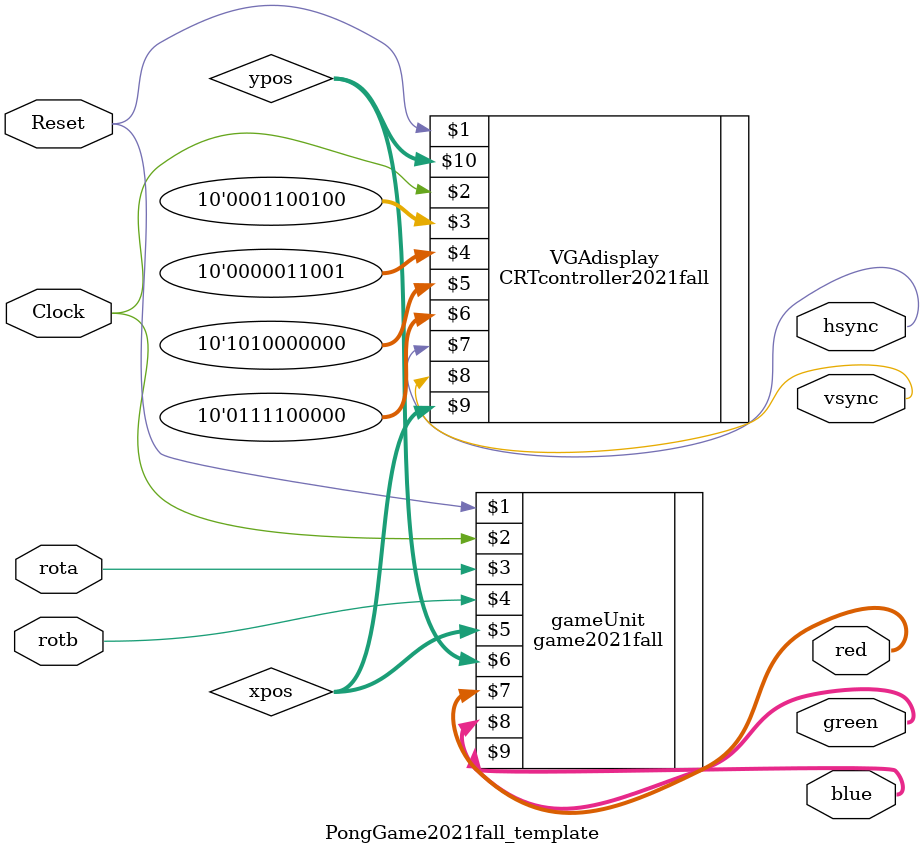
<source format=v>
`timescale 1ns / 1ps

//pong game with new controller template
//ECE433-01 Fall 2021
//Term Project VGA driver template
//the video controller uses synch timings from the pong game
//the system clock should be 100MHz
//the VGA pixel clock is 25MHz
//this is a template for students to complete
//try to match the video_timer
//based on pong from http://www.bigmessowires.com/2009/06/21/fpga-pong/. 

module PongGame2021fall_template(
    input Reset, Clock, rota, rotb, 
    output [3:0] red, green, blue,
    output hsync, vsync
    );

wire [9:0] xpos;
wire [9:0] ypos;

parameter [9:0] NumberofPixels=10'd640, NumberofLines=10'd480;
parameter [9:0] SystemClock=10'd100, CRTClock=10'd25; //MHz 

//module CRTcontroller2021fall #(parameter ResolutionSize=10, SystemClockSize=10) (
//input reset, clock, 
//input [SystemClockSize-1:0] SystemClockFreq, CRTClockFreq, 
//input [ResolutionSize-1:0] Xresolution, Yresolution,
//output hsync, vsync, 
//output [ResolutionSize-1:0] xpos, ypos);

CRTcontroller2021fall VGAdisplay(Reset, Clock, SystemClock, CRTClock, 
     NumberofPixels, NumberofLines, hsync, vsync, xpos, ypos);
	  
//module game2021fall(
//input Reset, clk25, rota, rotb,
//input [9:0] xpos, ypos,
//output [3:0] red, green, blue);

////change the game module to add your name initials	
game2021fall gameUnit(Reset, Clock, rota, rotb, xpos, ypos, red, green, blue);
					
endmodule

</source>
